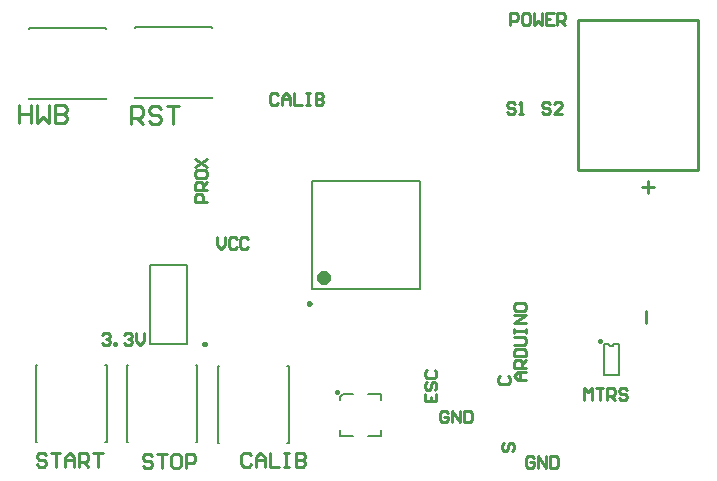
<source format=gto>
%FSTAX23Y23*%
%MOMM*%
%SFA1B1*%

%IPPOS*%
%ADD45C,0.250000*%
%ADD46C,0.200000*%
%ADD47C,0.599999*%
%ADD48C,0.250000*%
%LNmain_board-1*%
%LPD*%
G54D45*
X50759Y11319D02*
D01*
X50759Y11326*
X50759Y11333*
X50757Y1134*
X50756Y11347*
X50753Y11354*
X50751Y1136*
X50748Y11366*
X50744Y11372*
X5074Y11378*
X50736Y11384*
X50731Y11389*
X50726Y11394*
X50721Y11398*
X50715Y11402*
X50709Y11406*
X50703Y11409*
X50697Y11412*
X5069Y11415*
X50684Y11417*
X50677Y11418*
X5067Y11419*
X50663Y11419*
X50656*
X50649Y11419*
X50642Y11418*
X50635Y11417*
X50629Y11415*
X50622Y11412*
X50616Y11409*
X50609Y11406*
X50604Y11402*
X50598Y11398*
X50593Y11394*
X50588Y11389*
X50583Y11384*
X50579Y11378*
X50575Y11372*
X50571Y11366*
X50568Y1136*
X50566Y11354*
X50563Y11347*
X50562Y1134*
X5056Y11333*
X5056Y11326*
X50559Y11319*
X5056Y11313*
X5056Y11306*
X50562Y11299*
X50563Y11292*
X50566Y11285*
X50568Y11279*
X50571Y11273*
X50575Y11266*
X50579Y11261*
X50583Y11255*
X50588Y1125*
X50593Y11245*
X50598Y11241*
X50604Y11237*
X50609Y11233*
X50616Y1123*
X50622Y11227*
X50629Y11224*
X50635Y11222*
X50642Y11221*
X50649Y1122*
X50656Y1122*
X50663*
X5067Y1122*
X50677Y11221*
X50684Y11222*
X5069Y11224*
X50697Y11227*
X50703Y1123*
X50709Y11233*
X50715Y11237*
X50721Y11241*
X50726Y11245*
X50731Y1125*
X50736Y11255*
X5074Y11261*
X50744Y11266*
X50748Y11273*
X50751Y11279*
X50753Y11285*
X50756Y11292*
X50757Y11299*
X50759Y11306*
X50759Y11313*
X50759Y11319*
X28439Y07019D02*
D01*
X28439Y07026*
X28439Y07032*
X28438Y07038*
X28436Y07044*
X28434Y0705*
X28432Y07056*
X28429Y07062*
X28426Y07067*
X28422Y07072*
X28418Y07077*
X28414Y07082*
X2841Y07086*
X28405Y0709*
X284Y07094*
X28394Y07097*
X28389Y071*
X28383Y07103*
X28377Y07105*
X28371Y07107*
X28365Y07108*
X28359Y07109*
X28353Y07109*
X28346*
X2834Y07109*
X28334Y07108*
X28328Y07107*
X28322Y07105*
X28316Y07103*
X2831Y071*
X28304Y07097*
X28299Y07094*
X28294Y0709*
X28289Y07086*
X28285Y07082*
X28281Y07077*
X28277Y07072*
X28273Y07067*
X2827Y07062*
X28267Y07056*
X28265Y0705*
X28263Y07044*
X28261Y07038*
X2826Y07032*
X2826Y07026*
X28259Y07019*
X2826Y07013*
X2826Y07007*
X28261Y07001*
X28263Y06995*
X28265Y06989*
X28267Y06983*
X2827Y06977*
X28273Y06972*
X28277Y06967*
X28281Y06962*
X28285Y06957*
X28289Y06953*
X28294Y06949*
X28299Y06945*
X28304Y06942*
X2831Y06939*
X28316Y06936*
X28322Y06934*
X28328Y06932*
X28334Y06931*
X2834Y0693*
X28346Y0693*
X28353*
X28359Y0693*
X28365Y06931*
X28371Y06932*
X28377Y06934*
X28383Y06936*
X28389Y06939*
X28394Y06942*
X284Y06945*
X28405Y06949*
X2841Y06953*
X28414Y06957*
X28418Y06962*
X28422Y06967*
X28426Y06972*
X28429Y06977*
X28432Y06983*
X28434Y06989*
X28436Y06995*
X28438Y07001*
X28439Y07007*
X28439Y07013*
X28439Y07019*
X48819Y38509D02*
X58979D01*
X48819Y25809D02*
Y38509D01*
Y25809D02*
X58979D01*
Y38509*
X10949Y29689D02*
Y31219D01*
X11709*
X11959Y30959*
Y30449*
X11709Y30199*
X10949*
X11459D02*
X11959Y29689D01*
X13489Y30959D02*
X13229Y31219D01*
X12719*
X12469Y30959*
Y30709*
X12719Y30449*
X13229*
X13489Y30199*
Y29949*
X13229Y29689*
X12719*
X12469Y29949*
X13989Y31219D02*
X15009D01*
X14499*
Y29689*
X42189Y08389D02*
X42029Y08219D01*
Y07889*
X42189Y07719*
X42859*
X43029Y07889*
Y08219*
X42859Y08389*
X42499Y02719D02*
X42329Y02559D01*
Y02219*
X42499Y02059*
X42669*
X42829Y02219*
Y02559*
X42999Y02719*
X43169*
X43329Y02559*
Y02219*
X43169Y02059*
X43049Y38129D02*
Y39129D01*
X43549*
X43719Y38959*
Y38629*
X43549Y38459*
X43049*
X44549Y39129D02*
X44219D01*
X44049Y38959*
Y38289*
X44219Y38129*
X44549*
X44719Y38289*
Y38959*
X44549Y39129*
X45049D02*
Y38129D01*
X45389Y38459*
X45719Y38129*
Y39129*
X46719D02*
X46049D01*
Y38129*
X46719*
X46049Y38629D02*
X46389D01*
X47049Y38129D02*
Y39129D01*
X47549*
X47719Y38959*
Y38629*
X47549Y38459*
X47049*
X47379D02*
X47719Y38129D01*
X01419Y31319D02*
Y29789D01*
Y30559*
X02439*
Y31319*
Y29789*
X02949Y31319D02*
Y29789D01*
X03449Y30299*
X03959Y29789*
Y31319*
X04469D02*
Y29789D01*
X05229*
X05489Y30049*
Y30299*
X05229Y30559*
X04469*
X05229*
X05489Y30809*
Y31059*
X05229Y31319*
X04469*
X54199Y24359D02*
X55219D01*
X54709Y24869D02*
Y23849D01*
X54579Y12899D02*
Y13919D01*
X03749Y01689D02*
X03549Y01889D01*
X03149*
X02949Y01689*
Y01489*
X03149Y01289*
X03549*
X03749Y01089*
Y00889*
X03549Y00689*
X03149*
X02949Y00889*
X04149Y01889D02*
X04949D01*
X04549*
Y00689*
X05349D02*
Y01489D01*
X05749Y01889*
X06149Y01489*
Y00689*
Y01289*
X05349*
X06549Y00689D02*
Y01889D01*
X07149*
X07339Y01689*
Y01289*
X07149Y01089*
X06549*
X06949D02*
X07339Y00689D01*
X07739Y01889D02*
X08539D01*
X08139*
Y00689*
X12759Y01579D02*
X12559Y01779D01*
X12159*
X11959Y01579*
Y01379*
X12159Y01179*
X12559*
X12759Y00979*
Y00779*
X12559Y00579*
X12159*
X11959Y00779*
X13159Y01779D02*
X13959D01*
X13559*
Y00579*
X14959Y01779D02*
X14559D01*
X14359Y01579*
Y00779*
X14559Y00579*
X14959*
X15159Y00779*
Y01579*
X14959Y01779*
X15559Y00579D02*
Y01779D01*
X16159*
X16359Y01579*
Y01179*
X16159Y00979*
X15559*
X21089Y01689D02*
X20889Y01889D01*
X20489*
X20289Y01689*
Y00889*
X20489Y00689*
X20889*
X21089Y00889*
X21489Y00689D02*
Y01489D01*
X21889Y01889*
X22289Y01489*
Y00689*
Y01289*
X21489*
X22689Y01889D02*
Y00689D01*
X23489*
X23889Y01889D02*
X24289D01*
X24089*
Y00689*
X23889*
X24289*
X24889Y01889D02*
Y00689D01*
X25489*
X25689Y00889*
Y01089*
X25489Y01289*
X24889*
X25489*
X25689Y01489*
Y01689*
X25489Y01889*
X24889*
X23399Y32179D02*
X23229Y32339D01*
X22899*
X22729Y32179*
Y31509*
X22899Y31339*
X23229*
X23399Y31509*
X23729Y31339D02*
Y32009D01*
X24069Y32339*
X24399Y32009*
Y31339*
Y31839*
X23729*
X24729Y32339D02*
Y31339D01*
X25399*
X25729Y32339D02*
X26069D01*
X25899*
Y31339*
X25729*
X26069*
X26569Y32339D02*
Y31339D01*
X27059*
X27229Y31509*
Y31679*
X27059Y31839*
X26569*
X27059*
X27229Y32009*
Y32179*
X27059Y32339*
X26569*
X43469Y31409D02*
X43299Y31579D01*
X42969*
X42799Y31409*
Y31249*
X42969Y31079*
X43299*
X43469Y30909*
Y30749*
X43299Y30579*
X42969*
X42799Y30749*
X43799Y30579D02*
X44129D01*
X43969*
Y31579*
X43799Y31409*
X46409D02*
X46249Y31579D01*
X45909*
X45749Y31409*
Y31249*
X45909Y31079*
X46249*
X46409Y30909*
Y30749*
X46249Y30579*
X45909*
X45749Y30749*
X47409Y30579D02*
X46749D01*
X47409Y31249*
Y31409*
X47239Y31579*
X46909*
X46749Y31409*
X08509Y11829D02*
X08679Y11999D01*
X09009*
X09179Y11829*
Y11659*
X09009Y11499*
X08839*
X09009*
X09179Y11329*
Y11159*
X09009Y10999*
X08679*
X08509Y11159*
X09509Y10999D02*
Y11159D01*
X09679*
Y10999*
X09509*
X10339Y11829D02*
X10509Y11999D01*
X10839*
X11009Y11829*
Y11659*
X10839Y11499*
X10669*
X10839*
X11009Y11329*
Y11159*
X10839Y10999*
X10509*
X10339Y11159*
X11339Y11999D02*
Y11329D01*
X11669Y10999*
X12009Y11329*
Y11999*
X49279Y06319D02*
Y07319D01*
X49609Y06989*
X49939Y07319*
Y06319*
X50279Y07319D02*
X50939D01*
X50609*
Y06319*
X51279D02*
Y07319D01*
X51779*
X51939Y07159*
Y06819*
X51779Y06659*
X51279*
X51609D02*
X51939Y06319D01*
X52939Y07159D02*
X52769Y07319D01*
X52439*
X52279Y07159*
Y06989*
X52439Y06819*
X52769*
X52939Y06659*
Y06489*
X52769Y06319*
X52439*
X52279Y06489*
X35799Y06889D02*
Y06219D01*
X36799*
Y06889*
X36299Y06219D02*
Y06559D01*
X35969Y07889D02*
X35799Y07719D01*
Y07389*
X35969Y07219*
X36139*
X36299Y07389*
Y07719*
X36469Y07889*
X36639*
X36799Y07719*
Y07389*
X36639Y07219*
X35969Y08889D02*
X35799Y08719D01*
Y08389*
X35969Y08219*
X36639*
X36799Y08389*
Y08719*
X36639Y08889*
X45089Y01419D02*
X44919Y01579D01*
X44589*
X44419Y01419*
Y00749*
X44589Y00579*
X44919*
X45089Y00749*
Y01079*
X44759*
X45419Y00579D02*
Y01579D01*
X46089Y00579*
Y01579*
X46419D02*
Y00579D01*
X46919*
X47089Y00749*
Y01419*
X46919Y01579*
X46419*
X37799Y05279D02*
X37629Y05439D01*
X37299*
X37129Y05279*
Y04609*
X37299Y04449*
X37629*
X37799Y04609*
Y04939*
X37469*
X38129Y04449D02*
Y05439D01*
X38799Y04449*
Y05439*
X39129D02*
Y04449D01*
X39629*
X39799Y04609*
Y05279*
X39629Y05439*
X39129*
X44369Y08029D02*
X43709D01*
X43369Y08359*
X43709Y08689*
X44369*
X43869*
Y08029*
X44369Y09029D02*
X43369D01*
Y09529*
X43539Y09689*
X43869*
X44039Y09529*
Y09029*
Y09359D02*
X44369Y09689D01*
X43369Y10029D02*
X44369D01*
Y10529*
X44209Y10689*
X43539*
X43369Y10529*
Y10029*
Y11029D02*
X44209D01*
X44369Y11189*
Y11529*
X44209Y11689*
X43369*
Y12029D02*
Y12359D01*
Y12189*
X44369*
Y12029*
Y12359*
Y12859D02*
X43369D01*
X44369Y13519*
X43369*
Y14359D02*
Y14019D01*
X43539Y13859*
X44209*
X44369Y14019*
Y14359*
X44209Y14519*
X43539*
X43369Y14359*
X17399Y23109D02*
X16399D01*
Y23609*
X16569Y23779*
X16899*
X17069Y23609*
Y23109*
X17399Y24109D02*
X16399D01*
Y24609*
X16569Y24779*
X16899*
X17069Y24609*
Y24109*
Y24449D02*
X17399Y24779D01*
X16399Y25609D02*
Y25279D01*
X16569Y25109*
X17229*
X17399Y25279*
Y25609*
X17229Y25779*
X16569*
X16399Y25609*
Y26109D02*
X17399Y26779D01*
X16399D02*
X17399Y26109D01*
X18209Y20149D02*
Y19479D01*
X18549Y19149*
X18879Y19479*
Y20149*
X19879Y19979D02*
X19709Y20149D01*
X19379*
X19209Y19979*
Y19319*
X19379Y19149*
X19709*
X19879Y19319*
X20879Y19979D02*
X20709Y20149D01*
X20379*
X20209Y19979*
Y19319*
X20379Y19149*
X20709*
X20879Y19319*
G54D46*
X51439Y11069D02*
D01*
X5144Y11058*
X51441Y11047*
X51443Y11036*
X51446Y11025*
X51449Y11015*
X51453Y11004*
X51458Y10994*
X51464Y10985*
X5147Y10975*
X51477Y10967*
X51484Y10958*
X51492Y10951*
X51501Y10943*
X5151Y10937*
X51519Y10931*
X51529Y10926*
X5154Y10921*
X5155Y10917*
X51561Y10914*
X51572Y10912*
X51583Y1091*
X51594Y1091*
X51605*
X51616Y1091*
X51627Y10912*
X51638Y10914*
X51649Y10917*
X51659Y10921*
X5167Y10926*
X51679Y10931*
X51689Y10937*
X51698Y10943*
X51707Y10951*
X51715Y10958*
X51722Y10967*
X51729Y10975*
X51735Y10985*
X51741Y10994*
X51746Y11004*
X5175Y11015*
X51753Y11025*
X51756Y11036*
X51758Y11047*
X51759Y11058*
X51769Y11069*
X50989Y08469D02*
Y11069D01*
Y08469D02*
X52219D01*
Y11069*
X51769D02*
X52219D01*
X50989D02*
X51439D01*
X11299Y37799D02*
Y37899D01*
X17799Y37799D02*
Y37899D01*
X11299Y31899D02*
Y31999D01*
X17799Y31899D02*
Y31999D01*
X11299Y37899D02*
X17799D01*
X11299Y31899D02*
X17799D01*
X02339Y37749D02*
Y37849D01*
X08839Y37749D02*
Y37849D01*
X02339Y31849D02*
Y31949D01*
X08839Y31849D02*
Y31949D01*
X02339Y37849D02*
X08839D01*
X02339Y31849D02*
X08839D01*
X08769Y09299D02*
X08869D01*
X08769Y02799D02*
X08869D01*
X02869Y09299D02*
X02969D01*
X02869Y02799D02*
X02969D01*
X08869D02*
Y09299D01*
X02869Y02799D02*
Y09299D01*
X16459D02*
X16559D01*
X16459Y02799D02*
X16559D01*
X10559Y09299D02*
X10659D01*
X10559Y02799D02*
X10659D01*
X16559D02*
Y09299D01*
X10559Y02799D02*
Y09299D01*
X35439Y15719D02*
Y24919D01*
X26239Y15719D02*
Y24919D01*
X35439*
X26239Y15719D02*
X35439D01*
X24189Y09189D02*
X24289D01*
X24189Y02689D02*
X24289D01*
X18289Y09189D02*
X18389D01*
X18289Y02689D02*
X18389D01*
X24289D02*
Y09189D01*
X18289Y02689D02*
Y09189D01*
X12569Y17779D02*
X15669D01*
X12569Y11079D02*
X15669D01*
X12569D02*
Y17779D01*
X15669Y11079D02*
Y17779D01*
X28639Y06569D02*
X28879Y06809D01*
X29719*
X31029D02*
X32119D01*
Y06379D02*
Y06809D01*
Y03329D02*
Y03769D01*
X31029Y03329D02*
X32119D01*
X28639D02*
X29719D01*
X28639D02*
Y03769D01*
Y06379D02*
Y06569D01*
G54D47*
X27539Y16719D02*
D01*
X27539Y1674*
X27537Y16761*
X27533Y16782*
X27528Y16802*
X27521Y16822*
X27514Y16842*
X27504Y1686*
X27494Y16878*
X27482Y16896*
X27469Y16912*
X27455Y16928*
X2744Y16942*
X27424Y16956*
X27407Y16968*
X27389Y16979*
X27371Y16989*
X27352Y16998*
X27332Y17005*
X27312Y17011*
X27292Y17015*
X27271Y17018*
X2725Y17019*
X27229*
X27208Y17018*
X27187Y17015*
X27167Y17011*
X27147Y17005*
X27127Y16998*
X27108Y16989*
X27089Y16979*
X27072Y16968*
X27055Y16956*
X27039Y16942*
X27024Y16928*
X2701Y16912*
X26997Y16896*
X26985Y16878*
X26975Y1686*
X26965Y16842*
X26958Y16822*
X26951Y16802*
X26946Y16782*
X26942Y16761*
X2694Y1674*
X26939Y16719*
X2694Y16699*
X26942Y16678*
X26946Y16657*
X26951Y16637*
X26958Y16617*
X26965Y16597*
X26975Y16579*
X26985Y16561*
X26997Y16543*
X2701Y16527*
X27024Y16511*
X27039Y16497*
X27055Y16483*
X27072Y16471*
X27089Y1646*
X27108Y1645*
X27127Y16441*
X27147Y16434*
X27167Y16428*
X27187Y16424*
X27208Y16421*
X27229Y1642*
X2725*
X27271Y16421*
X27292Y16424*
X27312Y16428*
X27332Y16434*
X27352Y16441*
X27371Y1645*
X27389Y1646*
X27407Y16471*
X27424Y16483*
X2744Y16497*
X27455Y16511*
X27469Y16527*
X27482Y16543*
X27494Y16561*
X27504Y16579*
X27514Y16597*
X27521Y16617*
X27528Y16637*
X27533Y16657*
X27537Y16678*
X27539Y16699*
X27539Y16719*
G54D48*
X26139Y14519D02*
D01*
X26139Y14528*
X26138Y14536*
X26137Y14544*
X26135Y14553*
X26132Y14561*
X26129Y14568*
X26125Y14576*
X26121Y14583*
X26117Y1459*
X26111Y14597*
X26106Y14603*
X261Y14609*
X26093Y14614*
X26087Y14619*
X26079Y14623*
X26072Y14627*
X26064Y14631*
X26057Y14634*
X26049Y14636*
X2604Y14638*
X26032Y14639*
X26024Y14639*
X26015*
X26007Y14639*
X25999Y14638*
X2599Y14636*
X25982Y14634*
X25975Y14631*
X25967Y14627*
X25959Y14623*
X25952Y14619*
X25946Y14614*
X25939Y14609*
X25933Y14603*
X25928Y14597*
X25922Y1459*
X25918Y14583*
X25914Y14576*
X2591Y14568*
X25907Y14561*
X25904Y14553*
X25902Y14544*
X25901Y14536*
X259Y14528*
X25899Y14519*
X259Y14511*
X25901Y14503*
X25902Y14495*
X25904Y14486*
X25907Y14478*
X2591Y14471*
X25914Y14463*
X25918Y14456*
X25922Y14449*
X25928Y14442*
X25933Y14436*
X25939Y1443*
X25946Y14425*
X25952Y1442*
X25959Y14416*
X25967Y14412*
X25975Y14408*
X25982Y14405*
X2599Y14403*
X25999Y14401*
X26007Y144*
X26015Y144*
X26024*
X26032Y144*
X2604Y14401*
X26049Y14403*
X26057Y14405*
X26064Y14408*
X26072Y14412*
X26079Y14416*
X26087Y1442*
X26093Y14425*
X261Y1443*
X26106Y14436*
X26111Y14442*
X26117Y14449*
X26121Y14456*
X26125Y14463*
X26129Y14471*
X26132Y14478*
X26135Y14486*
X26137Y14495*
X26138Y14503*
X26139Y14511*
X26139Y14519*
X17299Y11079D02*
D01*
X17299Y11088*
X17298Y11096*
X17297Y11104*
X17295Y11113*
X17292Y11121*
X17289Y11128*
X17285Y11136*
X17281Y11143*
X17277Y1115*
X17271Y11157*
X17266Y11163*
X1726Y11169*
X17253Y11174*
X17247Y11179*
X17239Y11183*
X17232Y11187*
X17224Y11191*
X17217Y11194*
X17209Y11196*
X172Y11198*
X17192Y11199*
X17184Y11199*
X17175*
X17167Y11199*
X17159Y11198*
X1715Y11196*
X17142Y11194*
X17135Y11191*
X17127Y11187*
X17119Y11183*
X17112Y11179*
X17106Y11174*
X17099Y11169*
X17093Y11163*
X17088Y11157*
X17082Y1115*
X17078Y11143*
X17074Y11136*
X1707Y11128*
X17067Y11121*
X17064Y11113*
X17062Y11104*
X17061Y11096*
X1706Y11088*
X17059Y11079*
X1706Y11071*
X17061Y11063*
X17062Y11055*
X17064Y11046*
X17067Y11038*
X1707Y11031*
X17074Y11023*
X17078Y11016*
X17082Y11009*
X17088Y11002*
X17093Y10996*
X17099Y1099*
X17106Y10985*
X17112Y1098*
X17119Y10976*
X17127Y10972*
X17135Y10968*
X17142Y10965*
X1715Y10963*
X17159Y10961*
X17167Y1096*
X17175Y1096*
X17184*
X17192Y1096*
X172Y10961*
X17209Y10963*
X17217Y10965*
X17224Y10968*
X17232Y10972*
X17239Y10976*
X17247Y1098*
X17253Y10985*
X1726Y1099*
X17266Y10996*
X17271Y11002*
X17277Y11009*
X17281Y11016*
X17285Y11023*
X17289Y11031*
X17292Y11038*
X17295Y11046*
X17297Y11055*
X17298Y11063*
X17299Y11071*
X17299Y11079*
M02*
</source>
